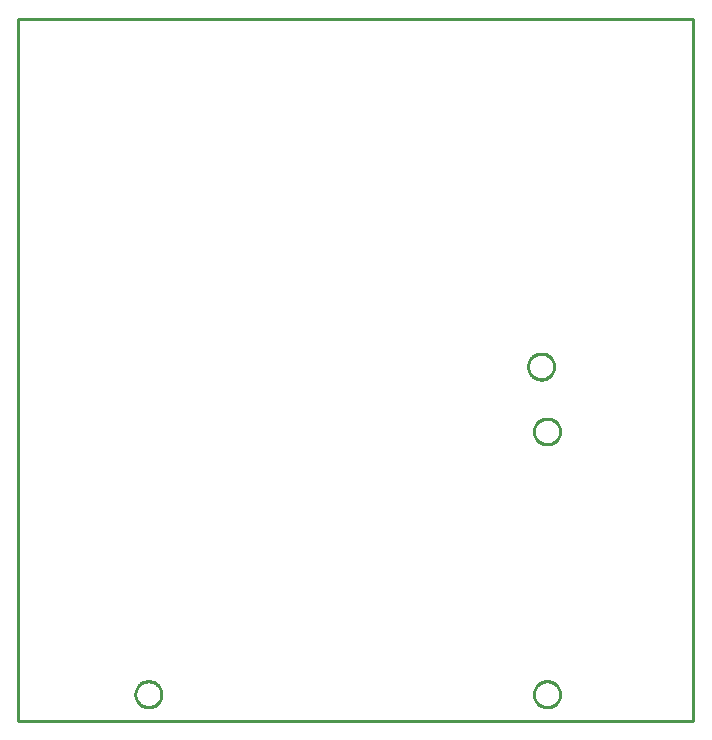
<source format=gbr>
G04 EAGLE Gerber RS-274X export*
G75*
%MOMM*%
%FSLAX34Y34*%
%LPD*%
%IN*%
%IPPOS*%
%AMOC8*
5,1,8,0,0,1.08239X$1,22.5*%
G01*
%ADD10C,0.254000*%


D10*
X0Y0D02*
X571500Y0D01*
X571500Y594400D01*
X0Y594400D01*
X0Y0D01*
X458500Y244568D02*
X458432Y243706D01*
X458297Y242852D01*
X458095Y242012D01*
X457828Y241190D01*
X457497Y240391D01*
X457105Y239621D01*
X456653Y238884D01*
X456145Y238185D01*
X455584Y237527D01*
X454973Y236916D01*
X454315Y236355D01*
X453616Y235847D01*
X452879Y235395D01*
X452109Y235003D01*
X451310Y234672D01*
X450488Y234405D01*
X449648Y234203D01*
X448794Y234068D01*
X447932Y234000D01*
X447068Y234000D01*
X446206Y234068D01*
X445352Y234203D01*
X444512Y234405D01*
X443690Y234672D01*
X442891Y235003D01*
X442121Y235395D01*
X441384Y235847D01*
X440685Y236355D01*
X440027Y236916D01*
X439416Y237527D01*
X438855Y238185D01*
X438347Y238884D01*
X437895Y239621D01*
X437503Y240391D01*
X437172Y241190D01*
X436905Y242012D01*
X436703Y242852D01*
X436568Y243706D01*
X436500Y244568D01*
X436500Y245432D01*
X436568Y246294D01*
X436703Y247148D01*
X436905Y247988D01*
X437172Y248810D01*
X437503Y249609D01*
X437895Y250379D01*
X438347Y251116D01*
X438855Y251815D01*
X439416Y252473D01*
X440027Y253084D01*
X440685Y253645D01*
X441384Y254153D01*
X442121Y254605D01*
X442891Y254997D01*
X443690Y255328D01*
X444512Y255595D01*
X445352Y255797D01*
X446206Y255932D01*
X447068Y256000D01*
X447932Y256000D01*
X448794Y255932D01*
X449648Y255797D01*
X450488Y255595D01*
X451310Y255328D01*
X452109Y254997D01*
X452879Y254605D01*
X453616Y254153D01*
X454315Y253645D01*
X454973Y253084D01*
X455584Y252473D01*
X456145Y251815D01*
X456653Y251116D01*
X457105Y250379D01*
X457497Y249609D01*
X457828Y248810D01*
X458095Y247988D01*
X458297Y247148D01*
X458432Y246294D01*
X458500Y245432D01*
X458500Y244568D01*
X458500Y22068D02*
X458432Y21206D01*
X458297Y20352D01*
X458095Y19512D01*
X457828Y18690D01*
X457497Y17891D01*
X457105Y17121D01*
X456653Y16384D01*
X456145Y15685D01*
X455584Y15027D01*
X454973Y14416D01*
X454315Y13855D01*
X453616Y13347D01*
X452879Y12895D01*
X452109Y12503D01*
X451310Y12172D01*
X450488Y11905D01*
X449648Y11703D01*
X448794Y11568D01*
X447932Y11500D01*
X447068Y11500D01*
X446206Y11568D01*
X445352Y11703D01*
X444512Y11905D01*
X443690Y12172D01*
X442891Y12503D01*
X442121Y12895D01*
X441384Y13347D01*
X440685Y13855D01*
X440027Y14416D01*
X439416Y15027D01*
X438855Y15685D01*
X438347Y16384D01*
X437895Y17121D01*
X437503Y17891D01*
X437172Y18690D01*
X436905Y19512D01*
X436703Y20352D01*
X436568Y21206D01*
X436500Y22068D01*
X436500Y22932D01*
X436568Y23794D01*
X436703Y24648D01*
X436905Y25488D01*
X437172Y26310D01*
X437503Y27109D01*
X437895Y27879D01*
X438347Y28616D01*
X438855Y29315D01*
X439416Y29973D01*
X440027Y30584D01*
X440685Y31145D01*
X441384Y31653D01*
X442121Y32105D01*
X442891Y32497D01*
X443690Y32828D01*
X444512Y33095D01*
X445352Y33297D01*
X446206Y33432D01*
X447068Y33500D01*
X447932Y33500D01*
X448794Y33432D01*
X449648Y33297D01*
X450488Y33095D01*
X451310Y32828D01*
X452109Y32497D01*
X452879Y32105D01*
X453616Y31653D01*
X454315Y31145D01*
X454973Y30584D01*
X455584Y29973D01*
X456145Y29315D01*
X456653Y28616D01*
X457105Y27879D01*
X457497Y27109D01*
X457828Y26310D01*
X458095Y25488D01*
X458297Y24648D01*
X458432Y23794D01*
X458500Y22932D01*
X458500Y22068D01*
X121000Y22068D02*
X120932Y21206D01*
X120797Y20352D01*
X120595Y19512D01*
X120328Y18690D01*
X119997Y17891D01*
X119605Y17121D01*
X119153Y16384D01*
X118645Y15685D01*
X118084Y15027D01*
X117473Y14416D01*
X116815Y13855D01*
X116116Y13347D01*
X115379Y12895D01*
X114609Y12503D01*
X113810Y12172D01*
X112988Y11905D01*
X112148Y11703D01*
X111294Y11568D01*
X110432Y11500D01*
X109568Y11500D01*
X108706Y11568D01*
X107852Y11703D01*
X107012Y11905D01*
X106190Y12172D01*
X105391Y12503D01*
X104621Y12895D01*
X103884Y13347D01*
X103185Y13855D01*
X102527Y14416D01*
X101916Y15027D01*
X101355Y15685D01*
X100847Y16384D01*
X100395Y17121D01*
X100003Y17891D01*
X99672Y18690D01*
X99405Y19512D01*
X99203Y20352D01*
X99068Y21206D01*
X99000Y22068D01*
X99000Y22932D01*
X99068Y23794D01*
X99203Y24648D01*
X99405Y25488D01*
X99672Y26310D01*
X100003Y27109D01*
X100395Y27879D01*
X100847Y28616D01*
X101355Y29315D01*
X101916Y29973D01*
X102527Y30584D01*
X103185Y31145D01*
X103884Y31653D01*
X104621Y32105D01*
X105391Y32497D01*
X106190Y32828D01*
X107012Y33095D01*
X107852Y33297D01*
X108706Y33432D01*
X109568Y33500D01*
X110432Y33500D01*
X111294Y33432D01*
X112148Y33297D01*
X112988Y33095D01*
X113810Y32828D01*
X114609Y32497D01*
X115379Y32105D01*
X116116Y31653D01*
X116815Y31145D01*
X117473Y30584D01*
X118084Y29973D01*
X118645Y29315D01*
X119153Y28616D01*
X119605Y27879D01*
X119997Y27109D01*
X120328Y26310D01*
X120595Y25488D01*
X120797Y24648D01*
X120932Y23794D01*
X121000Y22932D01*
X121000Y22068D01*
X453500Y299568D02*
X453432Y298706D01*
X453297Y297852D01*
X453095Y297012D01*
X452828Y296190D01*
X452497Y295391D01*
X452105Y294621D01*
X451653Y293884D01*
X451145Y293185D01*
X450584Y292527D01*
X449973Y291916D01*
X449315Y291355D01*
X448616Y290847D01*
X447879Y290395D01*
X447109Y290003D01*
X446310Y289672D01*
X445488Y289405D01*
X444648Y289203D01*
X443794Y289068D01*
X442932Y289000D01*
X442068Y289000D01*
X441206Y289068D01*
X440352Y289203D01*
X439512Y289405D01*
X438690Y289672D01*
X437891Y290003D01*
X437121Y290395D01*
X436384Y290847D01*
X435685Y291355D01*
X435027Y291916D01*
X434416Y292527D01*
X433855Y293185D01*
X433347Y293884D01*
X432895Y294621D01*
X432503Y295391D01*
X432172Y296190D01*
X431905Y297012D01*
X431703Y297852D01*
X431568Y298706D01*
X431500Y299568D01*
X431500Y300432D01*
X431568Y301294D01*
X431703Y302148D01*
X431905Y302988D01*
X432172Y303810D01*
X432503Y304609D01*
X432895Y305379D01*
X433347Y306116D01*
X433855Y306815D01*
X434416Y307473D01*
X435027Y308084D01*
X435685Y308645D01*
X436384Y309153D01*
X437121Y309605D01*
X437891Y309997D01*
X438690Y310328D01*
X439512Y310595D01*
X440352Y310797D01*
X441206Y310932D01*
X442068Y311000D01*
X442932Y311000D01*
X443794Y310932D01*
X444648Y310797D01*
X445488Y310595D01*
X446310Y310328D01*
X447109Y309997D01*
X447879Y309605D01*
X448616Y309153D01*
X449315Y308645D01*
X449973Y308084D01*
X450584Y307473D01*
X451145Y306815D01*
X451653Y306116D01*
X452105Y305379D01*
X452497Y304609D01*
X452828Y303810D01*
X453095Y302988D01*
X453297Y302148D01*
X453432Y301294D01*
X453500Y300432D01*
X453500Y299568D01*
M02*

</source>
